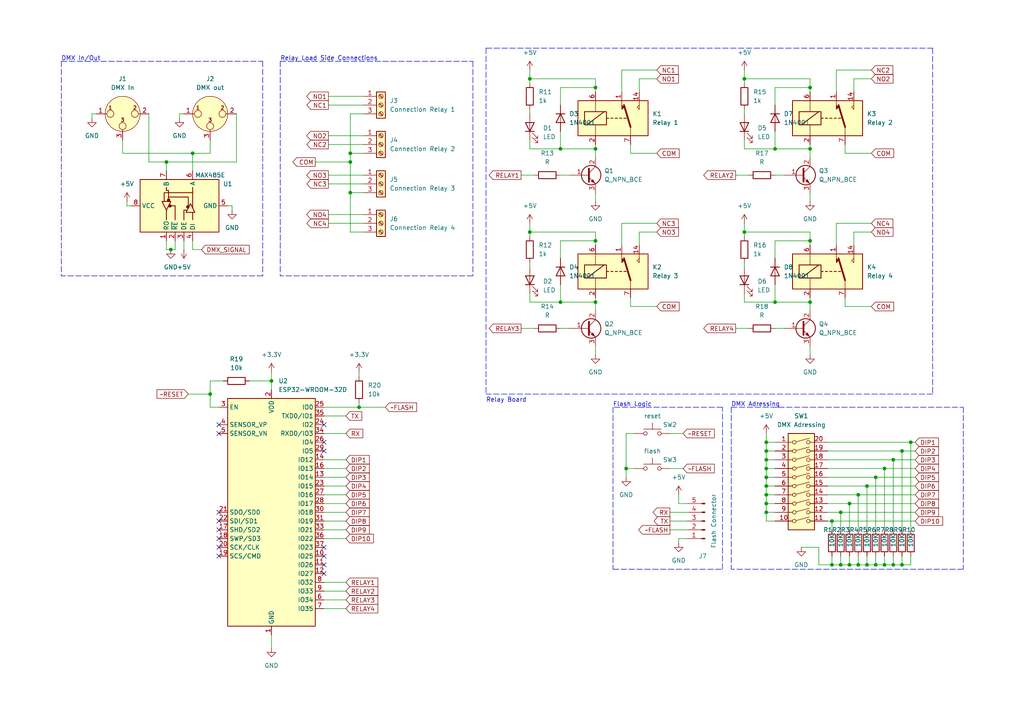
<source format=kicad_sch>
(kicad_sch (version 20211123) (generator eeschema)
  (paper "A4")
  (title_block (title "WiFi DMX  Switchpack") (date "2022-08-26") (rev "v.0.1") (company "Schmailzl Dev") (comment 1 "DMX Switchpack supporting regular DMX but can also be controlled over WiFi"))
  (lib_symbols
    (symbol "Connector:Conn_01x05_Male" (pin_names (offset 1.016) hide)
      (property "Reference" "J" (at 0 7.62 0))
      (property "Value" "Conn_01x05_Male" (at 0 -7.62 0))
      (symbol "Conn_01x05_Male_1_1"
        (pin passive line (at 5.08 5.08 180) (length 3.81) (name "Pin_1") (number "1"))
        (pin passive line (at 5.08 2.54 180) (length 3.81) (name "Pin_2") (number "2"))
        (pin passive line (at 5.08 0 180) (length 3.81) (name "Pin_3") (number "3"))
        (pin passive line (at 5.08 -2.54 180) (length 3.81) (name "Pin_4") (number "4"))
        (pin passive line (at 5.08 -5.08 180) (length 3.81) (name "Pin_5") (number "5"))
      )
    )
    (symbol "Connector:Screw_Terminal_01x03" (pin_names (offset 1.016) hide)
      (property "Reference" "J" (at 0 5.08 0))
      (property "Value" "Screw_Terminal_01x03" (at 0 -5.08 0))
      (symbol "Screw_Terminal_01x03_1_1"
        (pin passive line (at -5.08 2.54 0) (length 3.81) (name "Pin_1") (number "1"))
        (pin passive line (at -5.08 0 0) (length 3.81) (name "Pin_2") (number "2"))
        (pin passive line (at -5.08 -2.54 0) (length 3.81) (name "Pin_3") (number "3"))
      )
    )
    (symbol "Connector:XLR3" (pin_names hide)
      (property "Reference" "J" (at 0 8.89 0))
      (property "Value" "XLR3" (at 0 6.35 0))
      (symbol "XLR3_0_1"
        (text "1" (at -3.556 1.778 0) (effects (font (size 1.016 1.016) bold)))
        (text "2" (at 3.556 1.778 0) (effects (font (size 1.016 1.016) bold)))
        (text "3" (at 0 -1.778 0) (effects (font (size 1.016 1.016) bold)))
        (pin passive line (at -7.62 0 0) (length 2.54) (name "~") (number "1"))
        (pin passive line (at 7.62 0 180) (length 2.54) (name "~") (number "2"))
        (pin passive line (at 0 -7.62 90) (length 2.54) (name "~") (number "3"))
      )
    )
    (symbol "Device:LED" (pin_numbers hide) (pin_names (offset 1.016) hide)
      (property "Reference" "D" (at 0 2.54 0))
      (property "Value" "LED" (at 0 -2.54 0))
      (symbol "LED_1_1"
        (pin passive line (at -3.81 0 0) (length 2.54) (name "K") (number "1"))
        (pin passive line (at 3.81 0 180) (length 2.54) (name "A") (number "2"))
      )
    )
    (symbol "Device:Q_NPN_BCE" (pin_names (offset 0) hide)
      (property "Reference" "Q" (at 5.08 1.27 0))
      (property "Value" "Q_NPN_BCE" (at 5.08 -1.27 0))
      (symbol "Q_NPN_BCE_1_1"
        (pin input line (at -5.08 0 0) (length 5.715) (name "B") (number "1"))
        (pin passive line (at 2.54 5.08 270) (length 2.54) (name "C") (number "2"))
        (pin passive line (at 2.54 -5.08 90) (length 2.54) (name "E") (number "3"))
      )
    )
    (symbol "Device:R" (pin_numbers hide) (pin_names (offset 0))
      (property "Reference" "R" (at 2.032 0 90))
      (property "Value" "R" (at 0 0 90))
      (symbol "R_1_1"
        (pin passive line (at 0 3.81 270) (length 1.27) (name "~") (number "1"))
        (pin passive line (at 0 -3.81 90) (length 1.27) (name "~") (number "2"))
      )
    )
    (symbol "Diode:1N4001" (pin_numbers hide) (pin_names (offset 1.016) hide)
      (property "Reference" "D" (at 0 2.54 0))
      (property "Value" "1N4001" (at 0 -2.54 0))
      (symbol "1N4001_1_1"
        (pin passive line (at -3.81 0 0) (length 2.54) (name "K") (number "1"))
        (pin passive line (at 3.81 0 180) (length 2.54) (name "A") (number "2"))
      )
    )
    (symbol "Interface_UART:MAX485E"
      (property "Reference" "U" (at -6.096 11.43 0))
      (property "Value" "MAX485E" (at 0.762 11.43 0))
      (symbol "MAX485E_1_1"
        (pin output line (at -10.16 2.54 0) (length 2.54) (name "RO") (number "1"))
        (pin input line (at -10.16 0 0) (length 2.54) (name "~{RE}") (number "2"))
        (pin input line (at -10.16 -2.54 0) (length 2.54) (name "DE") (number "3"))
        (pin input line (at -10.16 -5.08 0) (length 2.54) (name "DI") (number "4"))
        (pin power_in line (at 0 -15.24 90) (length 2.54) (name "GND") (number "5"))
        (pin bidirectional line (at 10.16 -5.08 180) (length 2.54) (name "A") (number "6"))
        (pin bidirectional line (at 10.16 2.54 180) (length 2.54) (name "B") (number "7"))
        (pin power_in line (at 0 12.7 270) (length 2.54) (name "VCC") (number "8"))
      )
    )
    (symbol "RF_Module:ESP32-WROOM-32D"
      (property "Reference" "U" (at -12.7 34.29 0))
      (property "Value" "ESP32-WROOM-32D" (at 1.27 34.29 0))
      (symbol "ESP32-WROOM-32D_1_1"
        (pin power_in line (at 0 -35.56 90) (length 2.54) (name "GND") (number "1"))
        (pin bidirectional line (at 15.24 -12.7 180) (length 2.54) (name "IO25") (number "10"))
        (pin bidirectional line (at 15.24 -15.24 180) (length 2.54) (name "IO26") (number "11"))
        (pin bidirectional line (at 15.24 -17.78 180) (length 2.54) (name "IO27") (number "12"))
        (pin bidirectional line (at 15.24 10.16 180) (length 2.54) (name "IO14") (number "13"))
        (pin bidirectional line (at 15.24 15.24 180) (length 2.54) (name "IO12") (number "14"))
        (pin passive line (at 0 -35.56 90) (length 2.54) hide (name "GND") (number "15"))
        (pin bidirectional line (at 15.24 12.7 180) (length 2.54) (name "IO13") (number "16"))
        (pin bidirectional line (at -15.24 -5.08 0) (length 2.54) (name "SHD/SD2") (number "17"))
        (pin bidirectional line (at -15.24 -7.62 0) (length 2.54) (name "SWP/SD3") (number "18"))
        (pin bidirectional line (at -15.24 -12.7 0) (length 2.54) (name "SCS/CMD") (number "19"))
        (pin power_in line (at 0 35.56 270) (length 2.54) (name "VDD") (number "2"))
        (pin bidirectional line (at -15.24 -10.16 0) (length 2.54) (name "SCK/CLK") (number "20"))
        (pin bidirectional line (at -15.24 0 0) (length 2.54) (name "SDO/SD0") (number "21"))
        (pin bidirectional line (at -15.24 -2.54 0) (length 2.54) (name "SDI/SD1") (number "22"))
        (pin bidirectional line (at 15.24 7.62 180) (length 2.54) (name "IO15") (number "23"))
        (pin bidirectional line (at 15.24 25.4 180) (length 2.54) (name "IO2") (number "24"))
        (pin bidirectional line (at 15.24 30.48 180) (length 2.54) (name "IO0") (number "25"))
        (pin bidirectional line (at 15.24 20.32 180) (length 2.54) (name "IO4") (number "26"))
        (pin bidirectional line (at 15.24 5.08 180) (length 2.54) (name "IO16") (number "27"))
        (pin bidirectional line (at 15.24 2.54 180) (length 2.54) (name "IO17") (number "28"))
        (pin bidirectional line (at 15.24 17.78 180) (length 2.54) (name "IO5") (number "29"))
        (pin input line (at -15.24 30.48 0) (length 2.54) (name "EN") (number "3"))
        (pin bidirectional line (at 15.24 0 180) (length 2.54) (name "IO18") (number "30"))
        (pin bidirectional line (at 15.24 -2.54 180) (length 2.54) (name "IO19") (number "31"))
        (pin no_connect line (at -12.7 -27.94 0) (length 2.54) hide (name "NC") (number "32"))
        (pin bidirectional line (at 15.24 -5.08 180) (length 2.54) (name "IO21") (number "33"))
        (pin bidirectional line (at 15.24 22.86 180) (length 2.54) (name "RXD0/IO3") (number "34"))
        (pin bidirectional line (at 15.24 27.94 180) (length 2.54) (name "TXD0/IO1") (number "35"))
        (pin bidirectional line (at 15.24 -7.62 180) (length 2.54) (name "IO22") (number "36"))
        (pin bidirectional line (at 15.24 -10.16 180) (length 2.54) (name "IO23") (number "37"))
        (pin passive line (at 0 -35.56 90) (length 2.54) hide (name "GND") (number "38"))
        (pin passive line (at 0 -35.56 90) (length 2.54) hide (name "GND") (number "39"))
        (pin input line (at -15.24 25.4 0) (length 2.54) (name "SENSOR_VP") (number "4"))
        (pin input line (at -15.24 22.86 0) (length 2.54) (name "SENSOR_VN") (number "5"))
        (pin input line (at 15.24 -25.4 180) (length 2.54) (name "IO34") (number "6"))
        (pin input line (at 15.24 -27.94 180) (length 2.54) (name "IO35") (number "7"))
        (pin bidirectional line (at 15.24 -20.32 180) (length 2.54) (name "IO32") (number "8"))
        (pin bidirectional line (at 15.24 -22.86 180) (length 2.54) (name "IO33") (number "9"))
      )
    )
    (symbol "Relay:DIPxx-1Cxx-51x"
      (property "Reference" "K" (at 11.43 3.81 0))
      (property "Value" "DIPxx-1Cxx-51x" (at 11.43 1.27 0))
      (symbol "DIPxx-1Cxx-51x_1_1"
        (pin passive line (at 2.54 7.62 270) (length 2.54) (name "~") (number "1"))
        (pin passive line (at 7.62 7.62 270) (length 2.54) (name "~") (number "14"))
        (pin passive line (at -5.08 -7.62 90) (length 2.54) (name "~") (number "2"))
        (pin passive line (at -5.08 7.62 270) (length 2.54) (name "~") (number "6"))
        (pin passive line (at 5.08 -7.62 90) (length 2.54) (name "~") (number "7"))
        (pin passive line (at 5.08 -7.62 90) (length 2.54) hide (name "~") (number "8"))
      )
    )
    (symbol "Switch:SW_DIP_x10" (pin_names (offset 0) hide)
      (property "Reference" "SW" (at 0 16.51 0))
      (property "Value" "SW_DIP_x10" (at 0 -13.97 0))
      (symbol "SW_DIP_x10_1_1"
        (pin passive line (at -7.62 12.7 0) (length 5.08) (name "~") (number "1"))
        (pin passive line (at -7.62 -10.16 0) (length 5.08) (name "~") (number "10"))
        (pin passive line (at 7.62 -10.16 180) (length 5.08) (name "~") (number "11"))
        (pin passive line (at 7.62 -7.62 180) (length 5.08) (name "~") (number "12"))
        (pin passive line (at 7.62 -5.08 180) (length 5.08) (name "~") (number "13"))
        (pin passive line (at 7.62 -2.54 180) (length 5.08) (name "~") (number "14"))
        (pin passive line (at 7.62 0 180) (length 5.08) (name "~") (number "15"))
        (pin passive line (at 7.62 2.54 180) (length 5.08) (name "~") (number "16"))
        (pin passive line (at 7.62 5.08 180) (length 5.08) (name "~") (number "17"))
        (pin passive line (at 7.62 7.62 180) (length 5.08) (name "~") (number "18"))
        (pin passive line (at 7.62 10.16 180) (length 5.08) (name "~") (number "19"))
        (pin passive line (at -7.62 10.16 0) (length 5.08) (name "~") (number "2"))
        (pin passive line (at 7.62 12.7 180) (length 5.08) (name "~") (number "20"))
        (pin passive line (at -7.62 7.62 0) (length 5.08) (name "~") (number "3"))
        (pin passive line (at -7.62 5.08 0) (length 5.08) (name "~") (number "4"))
        (pin passive line (at -7.62 2.54 0) (length 5.08) (name "~") (number "5"))
        (pin passive line (at -7.62 0 0) (length 5.08) (name "~") (number "6"))
        (pin passive line (at -7.62 -2.54 0) (length 5.08) (name "~") (number "7"))
        (pin passive line (at -7.62 -5.08 0) (length 5.08) (name "~") (number "8"))
        (pin passive line (at -7.62 -7.62 0) (length 5.08) (name "~") (number "9"))
      )
    )
    (symbol "Switch:SW_MEC_5G" (pin_numbers hide) (pin_names (offset 1.016) hide)
      (property "Reference" "SW" (at 1.27 2.54 0))
      (property "Value" "SW_MEC_5G" (at 0 -1.524 0))
      (symbol "SW_MEC_5G_0_1"
        (pin passive line (at -5.08 0 0) (length 2.54) (name "A") (number "1"))
        (pin passive line (at 5.08 0 180) (length 2.54) (name "B") (number "3"))
      )
      (symbol "SW_MEC_5G_1_1"
        (pin passive line (at -5.08 0 0) (length 2.54) hide (name "A") (number "2"))
        (pin passive line (at 5.08 0 180) (length 2.54) hide (name "B") (number "4"))
      )
    )
    (symbol "power:+3.3V" (power) (pin_names (offset 0))
      (property "Value" "+3.3V" (at 0 3.556 0))
      (symbol "+3.3V_1_1"
        (pin power_in line (at 0 0 90) (length 0) hide (name "+3.3V") (number "1"))
      )
    )
    (symbol "power:+5V" (power) (pin_names (offset 0))
      (property "Value" "+5V" (at 0 3.556 0))
      (symbol "+5V_1_1"
        (pin power_in line (at 0 0 90) (length 0) hide (name "+5V") (number "1"))
      )
    )
    (symbol "power:GND" (power) (pin_names (offset 0))
      (property "Value" "GND" (at 0 -3.81 0))
      (symbol "GND_1_1"
        (pin power_in line (at 0 0 270) (length 0) hide (name "GND") (number "1"))
      )
    )
  )
  (junction (at 222.25 148.59))
  (junction (at 246.38 163.83))
  (junction (at 222.25 133.35))
  (junction (at 215.9 22.86))
  (junction (at 101.6 44.45))
  (junction (at 224.79 87.63))
  (junction (at 101.6 46.99))
  (junction (at 55.88 44.45))
  (junction (at 243.84 163.83))
  (junction (at 172.72 25.4))
  (junction (at 264.16 128.27))
  (junction (at 234.95 43.18))
  (junction (at 172.72 69.85))
  (junction (at 234.95 25.4))
  (junction (at 261.62 163.83))
  (junction (at 259.08 163.83))
  (junction (at 259.08 133.35))
  (junction (at 222.25 128.27))
  (junction (at 234.95 87.63))
  (junction (at 60.96 114.3))
  (junction (at 254 163.83))
  (junction (at 222.25 138.43))
  (junction (at 153.67 22.86))
  (junction (at 241.3 151.13))
  (junction (at 49.53 72.39))
  (junction (at 215.9 67.31))
  (junction (at 243.84 148.59))
  (junction (at 251.46 163.83))
  (junction (at 251.46 140.97))
  (junction (at 254 138.43))
  (junction (at 162.56 87.63))
  (junction (at 246.38 146.05))
  (junction (at 261.62 130.81))
  (junction (at 153.67 67.31))
  (junction (at 222.25 140.97))
  (junction (at 104.14 118.11))
  (junction (at 256.54 163.83))
  (junction (at 172.72 87.63))
  (junction (at 241.3 163.83))
  (junction (at 222.25 135.89))
  (junction (at 248.92 163.83))
  (junction (at 78.74 110.49))
  (junction (at 162.56 43.18))
  (junction (at 248.92 143.51))
  (junction (at 234.95 69.85))
  (junction (at 256.54 135.89))
  (junction (at 181.61 135.89))
  (junction (at 48.26 46.99))
  (junction (at 222.25 143.51))
  (junction (at 222.25 130.81))
  (junction (at 172.72 43.18))
  (junction (at 101.6 55.88))
  (junction (at 224.79 43.18))
  (junction (at 222.25 146.05))
  (no_connect (at 93.98 130.81))
  (no_connect (at 93.98 166.37))
  (no_connect (at 63.5 161.29))
  (no_connect (at 63.5 148.59))
  (no_connect (at 63.5 151.13))
  (no_connect (at 63.5 153.67))
  (no_connect (at 63.5 156.21))
  (no_connect (at 63.5 158.75))
  (no_connect (at 93.98 128.27))
  (no_connect (at 93.98 163.83))
  (no_connect (at 63.5 123.19))
  (no_connect (at 93.98 161.29))
  (no_connect (at 93.98 123.19))
  (no_connect (at 63.5 125.73))
  (no_connect (at 93.98 158.75))
  (wire (pts (xy 162.56 50.8) (xy 165.1 50.8)))
  (wire (pts (xy 153.67 76.2) (xy 153.67 77.47)))
  (polyline (pts (xy 76.2 80.01) (xy 17.78 80.01)))
  (polyline (pts (xy 137.16 80.01) (xy 81.28 80.01)))
  (wire (pts (xy 172.72 22.86) (xy 172.72 25.4)))
  (wire (pts (xy 95.25 30.48) (xy 105.41 30.48)))
  (wire (pts (xy 243.84 161.29) (xy 243.84 163.83)))
  (wire (pts (xy 153.67 64.77) (xy 153.67 67.31)))
  (wire (pts (xy 53.34 33.02) (xy 52.07 33.02)))
  (wire (pts (xy 172.72 25.4) (xy 172.72 26.67)))
  (wire (pts (xy 222.25 133.35) (xy 222.25 130.81)))
  (wire (pts (xy 181.61 125.73) (xy 181.61 135.89)))
  (polyline (pts (xy 209.55 118.11) (xy 177.8 118.11)))
  (wire (pts (xy 251.46 140.97) (xy 265.43 140.97)))
  (wire (pts (xy 151.13 50.8) (xy 154.94 50.8)))
  (wire (pts (xy 224.79 151.13) (xy 222.25 151.13)))
  (wire (pts (xy 93.98 118.11) (xy 104.14 118.11)))
  (wire (pts (xy 234.95 41.91) (xy 234.95 43.18)))
  (wire (pts (xy 224.79 50.8) (xy 227.33 50.8)))
  (wire (pts (xy 264.16 128.27) (xy 265.43 128.27)))
  (wire (pts (xy 222.25 130.81) (xy 222.25 128.27)))
  (wire (pts (xy 234.95 100.33) (xy 234.95 102.87)))
  (wire (pts (xy 222.25 146.05) (xy 224.79 146.05)))
  (wire (pts (xy 194.31 151.13) (xy 199.39 151.13)))
  (wire (pts (xy 222.25 148.59) (xy 224.79 148.59)))
  (wire (pts (xy 241.3 151.13) (xy 265.43 151.13)))
  (wire (pts (xy 240.03 133.35) (xy 259.08 133.35)))
  (polyline (pts (xy 177.8 165.1) (xy 209.55 165.1)))
  (wire (pts (xy 234.95 86.36) (xy 234.95 87.63)))
  (wire (pts (xy 251.46 140.97) (xy 251.46 153.67)))
  (wire (pts (xy 224.79 74.93) (xy 224.79 69.85)))
  (wire (pts (xy 53.34 69.85) (xy 53.34 72.39)))
  (wire (pts (xy 240.03 148.59) (xy 243.84 148.59)))
  (wire (pts (xy 35.56 44.45) (xy 55.88 44.45)))
  (wire (pts (xy 93.98 153.67) (xy 100.33 153.67)))
  (wire (pts (xy 95.25 41.91) (xy 105.41 41.91)))
  (polyline (pts (xy 212.09 118.11) (xy 279.4 118.11)))
  (wire (pts (xy 246.38 163.83) (xy 248.92 163.83)))
  (wire (pts (xy 222.25 133.35) (xy 224.79 133.35)))
  (wire (pts (xy 104.14 116.84) (xy 104.14 118.11)))
  (polyline (pts (xy 17.78 17.78) (xy 76.2 17.78)))
  (wire (pts (xy 215.9 43.18) (xy 224.79 43.18)))
  (wire (pts (xy 43.18 33.02) (xy 43.18 46.99)))
  (wire (pts (xy 196.85 156.21) (xy 199.39 156.21)))
  (wire (pts (xy 58.42 72.39) (xy 55.88 72.39)))
  (wire (pts (xy 215.9 64.77) (xy 215.9 67.31)))
  (wire (pts (xy 234.95 25.4) (xy 234.95 26.67)))
  (wire (pts (xy 48.26 72.39) (xy 49.53 72.39)))
  (wire (pts (xy 254 161.29) (xy 254 163.83)))
  (wire (pts (xy 162.56 43.18) (xy 172.72 43.18)))
  (wire (pts (xy 181.61 135.89) (xy 184.15 135.89)))
  (wire (pts (xy 153.67 85.09) (xy 153.67 87.63)))
  (wire (pts (xy 213.36 95.25) (xy 217.17 95.25)))
  (wire (pts (xy 243.84 148.59) (xy 265.43 148.59)))
  (wire (pts (xy 240.03 130.81) (xy 261.62 130.81)))
  (wire (pts (xy 153.67 22.86) (xy 172.72 22.86)))
  (wire (pts (xy 180.34 20.32) (xy 180.34 26.67)))
  (wire (pts (xy 104.14 118.11) (xy 111.76 118.11)))
  (wire (pts (xy 27.94 33.02) (xy 26.67 33.02)))
  (wire (pts (xy 68.58 46.99) (xy 48.26 46.99)))
  (wire (pts (xy 93.98 168.91) (xy 100.33 168.91)))
  (wire (pts (xy 101.6 44.45) (xy 101.6 33.02)))
  (polyline (pts (xy 279.4 165.1) (xy 212.09 165.1)))
  (wire (pts (xy 162.56 74.93) (xy 162.56 69.85)))
  (wire (pts (xy 181.61 135.89) (xy 181.61 138.43)))
  (wire (pts (xy 252.73 67.31) (xy 247.65 67.31)))
  (wire (pts (xy 240.03 135.89) (xy 256.54 135.89)))
  (wire (pts (xy 153.67 67.31) (xy 153.67 68.58)))
  (wire (pts (xy 222.25 140.97) (xy 224.79 140.97)))
  (wire (pts (xy 224.79 25.4) (xy 234.95 25.4)))
  (wire (pts (xy 237.49 158.75) (xy 237.49 163.83)))
  (wire (pts (xy 101.6 33.02) (xy 105.41 33.02)))
  (wire (pts (xy 182.88 44.45) (xy 182.88 41.91)))
  (wire (pts (xy 237.49 163.83) (xy 241.3 163.83)))
  (wire (pts (xy 259.08 133.35) (xy 259.08 153.67)))
  (wire (pts (xy 196.85 146.05) (xy 196.85 143.51)))
  (wire (pts (xy 252.73 20.32) (xy 242.57 20.32)))
  (wire (pts (xy 224.79 95.25) (xy 227.33 95.25)))
  (wire (pts (xy 162.56 82.55) (xy 162.56 87.63)))
  (wire (pts (xy 93.98 156.21) (xy 100.33 156.21)))
  (wire (pts (xy 78.74 110.49) (xy 78.74 113.03)))
  (wire (pts (xy 162.56 38.1) (xy 162.56 43.18)))
  (wire (pts (xy 50.8 69.85) (xy 50.8 72.39)))
  (polyline (pts (xy 270.51 114.3) (xy 140.97 114.3)))
  (wire (pts (xy 259.08 161.29) (xy 259.08 163.83)))
  (polyline (pts (xy 209.55 165.1) (xy 209.55 118.11)))
  (wire (pts (xy 240.03 138.43) (xy 254 138.43)))
  (wire (pts (xy 234.95 87.63) (xy 234.95 90.17)))
  (wire (pts (xy 78.74 184.15) (xy 78.74 187.96)))
  (wire (pts (xy 93.98 120.65) (xy 100.33 120.65)))
  (wire (pts (xy 224.79 69.85) (xy 234.95 69.85)))
  (polyline (pts (xy 137.16 17.78) (xy 137.16 80.01)))
  (wire (pts (xy 55.88 72.39) (xy 55.88 69.85)))
  (wire (pts (xy 240.03 128.27) (xy 264.16 128.27)))
  (wire (pts (xy 36.83 58.42) (xy 36.83 59.69)))
  (wire (pts (xy 222.25 128.27) (xy 222.25 125.73)))
  (wire (pts (xy 241.3 161.29) (xy 241.3 163.83)))
  (wire (pts (xy 72.39 110.49) (xy 78.74 110.49)))
  (wire (pts (xy 224.79 30.48) (xy 224.79 25.4)))
  (polyline (pts (xy 140.97 13.97) (xy 140.97 114.3)))
  (wire (pts (xy 52.07 33.02) (xy 52.07 34.29)))
  (wire (pts (xy 194.31 135.89) (xy 198.12 135.89)))
  (wire (pts (xy 215.9 20.32) (xy 215.9 22.86)))
  (wire (pts (xy 55.88 44.45) (xy 60.96 44.45)))
  (wire (pts (xy 259.08 163.83) (xy 261.62 163.83)))
  (wire (pts (xy 248.92 163.83) (xy 251.46 163.83)))
  (wire (pts (xy 222.25 146.05) (xy 222.25 143.51)))
  (wire (pts (xy 153.67 20.32) (xy 153.67 22.86)))
  (wire (pts (xy 246.38 161.29) (xy 246.38 163.83)))
  (wire (pts (xy 215.9 67.31) (xy 234.95 67.31)))
  (wire (pts (xy 172.72 100.33) (xy 172.72 102.87)))
  (wire (pts (xy 95.25 53.34) (xy 105.41 53.34)))
  (wire (pts (xy 248.92 143.51) (xy 265.43 143.51)))
  (wire (pts (xy 172.72 86.36) (xy 172.72 87.63)))
  (wire (pts (xy 256.54 135.89) (xy 256.54 153.67)))
  (wire (pts (xy 254 163.83) (xy 256.54 163.83)))
  (wire (pts (xy 222.25 148.59) (xy 222.25 146.05)))
  (wire (pts (xy 242.57 20.32) (xy 242.57 26.67)))
  (wire (pts (xy 63.5 118.11) (xy 60.96 118.11)))
  (wire (pts (xy 185.42 67.31) (xy 185.42 71.12)))
  (wire (pts (xy 153.67 31.75) (xy 153.67 33.02)))
  (wire (pts (xy 224.79 38.1) (xy 224.79 43.18)))
  (wire (pts (xy 93.98 173.99) (xy 100.33 173.99)))
  (wire (pts (xy 252.73 44.45) (xy 245.11 44.45)))
  (wire (pts (xy 60.96 114.3) (xy 60.96 110.49)))
  (wire (pts (xy 215.9 31.75) (xy 215.9 33.02)))
  (wire (pts (xy 261.62 130.81) (xy 265.43 130.81)))
  (wire (pts (xy 224.79 87.63) (xy 234.95 87.63)))
  (wire (pts (xy 256.54 135.89) (xy 265.43 135.89)))
  (wire (pts (xy 153.67 43.18) (xy 162.56 43.18)))
  (wire (pts (xy 215.9 22.86) (xy 234.95 22.86)))
  (wire (pts (xy 78.74 107.95) (xy 78.74 110.49)))
  (wire (pts (xy 246.38 146.05) (xy 246.38 153.67)))
  (wire (pts (xy 93.98 138.43) (xy 100.33 138.43)))
  (wire (pts (xy 240.03 143.51) (xy 248.92 143.51)))
  (wire (pts (xy 105.41 67.31) (xy 101.6 67.31)))
  (wire (pts (xy 252.73 64.77) (xy 242.57 64.77)))
  (wire (pts (xy 247.65 22.86) (xy 247.65 26.67)))
  (wire (pts (xy 240.03 146.05) (xy 246.38 146.05)))
  (wire (pts (xy 222.25 151.13) (xy 222.25 148.59)))
  (wire (pts (xy 252.73 88.9) (xy 245.11 88.9)))
  (wire (pts (xy 190.5 88.9) (xy 182.88 88.9)))
  (wire (pts (xy 60.96 44.45) (xy 60.96 40.64)))
  (wire (pts (xy 172.72 41.91) (xy 172.72 43.18)))
  (wire (pts (xy 95.25 27.94) (xy 105.41 27.94)))
  (wire (pts (xy 180.34 64.77) (xy 180.34 71.12)))
  (wire (pts (xy 93.98 140.97) (xy 100.33 140.97)))
  (wire (pts (xy 264.16 161.29) (xy 264.16 163.83)))
  (wire (pts (xy 246.38 146.05) (xy 265.43 146.05)))
  (wire (pts (xy 151.13 95.25) (xy 154.94 95.25)))
  (wire (pts (xy 222.25 135.89) (xy 222.25 133.35)))
  (wire (pts (xy 222.25 143.51) (xy 224.79 143.51)))
  (wire (pts (xy 93.98 171.45) (xy 100.33 171.45)))
  (wire (pts (xy 242.57 64.77) (xy 242.57 71.12)))
  (wire (pts (xy 224.79 43.18) (xy 234.95 43.18)))
  (wire (pts (xy 48.26 46.99) (xy 48.26 49.53)))
  (wire (pts (xy 91.44 46.99) (xy 101.6 46.99)))
  (polyline (pts (xy 81.28 17.78) (xy 81.28 80.01)))
  (wire (pts (xy 190.5 64.77) (xy 180.34 64.77)))
  (wire (pts (xy 104.14 107.95) (xy 104.14 109.22)))
  (wire (pts (xy 232.41 158.75) (xy 237.49 158.75)))
  (wire (pts (xy 240.03 151.13) (xy 241.3 151.13)))
  (wire (pts (xy 264.16 128.27) (xy 264.16 153.67)))
  (polyline (pts (xy 81.28 17.78) (xy 137.16 17.78)))
  (wire (pts (xy 254 138.43) (xy 254 153.67)))
  (wire (pts (xy 256.54 161.29) (xy 256.54 163.83)))
  (polyline (pts (xy 140.97 13.97) (xy 270.51 13.97)))
  (wire (pts (xy 213.36 50.8) (xy 217.17 50.8)))
  (wire (pts (xy 194.31 153.67) (xy 199.39 153.67)))
  (wire (pts (xy 153.67 87.63) (xy 162.56 87.63)))
  (wire (pts (xy 222.25 140.97) (xy 222.25 138.43)))
  (wire (pts (xy 93.98 143.51) (xy 100.33 143.51)))
  (wire (pts (xy 162.56 25.4) (xy 172.72 25.4)))
  (wire (pts (xy 234.95 67.31) (xy 234.95 69.85)))
  (wire (pts (xy 101.6 46.99) (xy 101.6 44.45)))
  (wire (pts (xy 215.9 40.64) (xy 215.9 43.18)))
  (wire (pts (xy 215.9 22.86) (xy 215.9 24.13)))
  (wire (pts (xy 245.11 44.45) (xy 245.11 41.91)))
  (wire (pts (xy 67.31 59.69) (xy 67.31 60.96)))
  (wire (pts (xy 182.88 88.9) (xy 182.88 86.36)))
  (wire (pts (xy 224.79 128.27) (xy 222.25 128.27)))
  (polyline (pts (xy 177.8 118.11) (xy 177.8 165.1)))
  (wire (pts (xy 93.98 135.89) (xy 100.33 135.89)))
  (wire (pts (xy 243.84 148.59) (xy 243.84 153.67)))
  (wire (pts (xy 172.72 55.88) (xy 172.72 58.42)))
  (wire (pts (xy 248.92 143.51) (xy 248.92 153.67)))
  (wire (pts (xy 215.9 67.31) (xy 215.9 68.58)))
  (wire (pts (xy 252.73 22.86) (xy 247.65 22.86)))
  (wire (pts (xy 215.9 85.09) (xy 215.9 87.63)))
  (wire (pts (xy 234.95 69.85) (xy 234.95 71.12)))
  (wire (pts (xy 60.96 110.49) (xy 64.77 110.49)))
  (wire (pts (xy 68.58 33.02) (xy 68.58 46.99)))
  (wire (pts (xy 241.3 163.83) (xy 243.84 163.83)))
  (wire (pts (xy 247.65 67.31) (xy 247.65 71.12)))
  (wire (pts (xy 215.9 76.2) (xy 215.9 77.47)))
  (wire (pts (xy 224.79 130.81) (xy 222.25 130.81)))
  (wire (pts (xy 222.25 138.43) (xy 224.79 138.43)))
  (wire (pts (xy 251.46 163.83) (xy 254 163.83)))
  (wire (pts (xy 234.95 55.88) (xy 234.95 58.42)))
  (wire (pts (xy 162.56 69.85) (xy 172.72 69.85)))
  (wire (pts (xy 241.3 151.13) (xy 241.3 153.67)))
  (wire (pts (xy 224.79 82.55) (xy 224.79 87.63)))
  (wire (pts (xy 196.85 157.48) (xy 196.85 156.21)))
  (wire (pts (xy 190.5 44.45) (xy 182.88 44.45)))
  (wire (pts (xy 55.88 49.53) (xy 55.88 44.45)))
  (wire (pts (xy 243.84 163.83) (xy 246.38 163.83)))
  (wire (pts (xy 35.56 40.64) (xy 35.56 44.45)))
  (wire (pts (xy 95.25 50.8) (xy 105.41 50.8)))
  (wire (pts (xy 101.6 44.45) (xy 105.41 44.45)))
  (wire (pts (xy 26.67 33.02) (xy 26.67 34.29)))
  (wire (pts (xy 190.5 22.86) (xy 185.42 22.86)))
  (wire (pts (xy 93.98 151.13) (xy 100.33 151.13)))
  (wire (pts (xy 222.25 135.89) (xy 224.79 135.89)))
  (wire (pts (xy 194.31 125.73) (xy 198.12 125.73)))
  (polyline (pts (xy 17.78 17.78) (xy 17.78 80.01)))
  (wire (pts (xy 234.95 22.86) (xy 234.95 25.4)))
  (wire (pts (xy 93.98 146.05) (xy 100.33 146.05)))
  (wire (pts (xy 215.9 87.63) (xy 224.79 87.63)))
  (wire (pts (xy 93.98 176.53) (xy 100.33 176.53)))
  (wire (pts (xy 261.62 130.81) (xy 261.62 153.67)))
  (wire (pts (xy 101.6 67.31) (xy 101.6 55.88)))
  (wire (pts (xy 54.61 114.3) (xy 60.96 114.3)))
  (wire (pts (xy 254 138.43) (xy 265.43 138.43)))
  (wire (pts (xy 185.42 22.86) (xy 185.42 26.67)))
  (wire (pts (xy 222.25 138.43) (xy 222.25 135.89)))
  (wire (pts (xy 194.31 148.59) (xy 199.39 148.59)))
  (wire (pts (xy 172.72 69.85) (xy 172.72 71.12)))
  (polyline (pts (xy 270.51 13.97) (xy 270.51 114.3)))
  (wire (pts (xy 162.56 95.25) (xy 165.1 95.25)))
  (wire (pts (xy 95.25 64.77) (xy 105.41 64.77)))
  (wire (pts (xy 256.54 163.83) (xy 259.08 163.83)))
  (wire (pts (xy 153.67 22.86) (xy 153.67 24.13)))
  (wire (pts (xy 222.25 143.51) (xy 222.25 140.97)))
  (polyline (pts (xy 76.2 17.78) (xy 76.2 80.01)))
  (wire (pts (xy 162.56 30.48) (xy 162.56 25.4)))
  (wire (pts (xy 93.98 148.59) (xy 100.33 148.59)))
  (wire (pts (xy 172.72 67.31) (xy 172.72 69.85)))
  (wire (pts (xy 153.67 67.31) (xy 172.72 67.31)))
  (wire (pts (xy 240.03 140.97) (xy 251.46 140.97)))
  (wire (pts (xy 190.5 67.31) (xy 185.42 67.31)))
  (wire (pts (xy 101.6 55.88) (xy 101.6 46.99)))
  (wire (pts (xy 48.26 69.85) (xy 48.26 72.39)))
  (wire (pts (xy 248.92 161.29) (xy 248.92 163.83)))
  (wire (pts (xy 234.95 43.18) (xy 234.95 45.72)))
  (wire (pts (xy 245.11 88.9) (xy 245.11 86.36)))
  (wire (pts (xy 199.39 146.05) (xy 196.85 146.05)))
  (wire (pts (xy 93.98 125.73) (xy 100.33 125.73)))
  (wire (pts (xy 36.83 59.69) (xy 38.1 59.69)))
  (wire (pts (xy 105.41 55.88) (xy 101.6 55.88)))
  (polyline (pts (xy 279.4 118.11) (xy 279.4 165.1)))
  (wire (pts (xy 251.46 161.29) (xy 251.46 163.83)))
  (wire (pts (xy 172.72 43.18) (xy 172.72 45.72)))
  (wire (pts (xy 261.62 163.83) (xy 264.16 163.83)))
  (wire (pts (xy 259.08 133.35) (xy 265.43 133.35)))
  (wire (pts (xy 93.98 133.35) (xy 100.33 133.35)))
  (wire (pts (xy 95.25 62.23) (xy 105.41 62.23)))
  (wire (pts (xy 60.96 118.11) (xy 60.96 114.3)))
  (wire (pts (xy 190.5 20.32) (xy 180.34 20.32)))
  (wire (pts (xy 172.72 87.63) (xy 172.72 90.17)))
  (wire (pts (xy 184.15 125.73) (xy 181.61 125.73)))
  (wire (pts (xy 261.62 161.29) (xy 261.62 163.83)))
  (wire (pts (xy 95.25 39.37) (xy 105.41 39.37)))
  (wire (pts (xy 50.8 72.39) (xy 49.53 72.39)))
  (wire (pts (xy 66.04 59.69) (xy 67.31 59.69)))
  (wire (pts (xy 153.67 40.64) (xy 153.67 43.18)))
  (polyline (pts (xy 212.09 118.11) (xy 212.09 165.1)))
  (wire (pts (xy 162.56 87.63) (xy 172.72 87.63)))
  (wire (pts (xy 43.18 46.99) (xy 48.26 46.99)))
  (text "Flash Logic" (at 177.8 118.11 0) (effects (font (size 1.27 1.27)) (justify left bottom)))
  (text "Relay Board" (at 140.97 116.84 0) (effects (font (size 1.27 1.27)) (justify left bottom)))
  (text "Relay Load Side Connections" (at 81.28 17.78 0) (effects (font (size 1.27 1.27)) (justify left bottom)))
  (text "DMX In/Out" (at 17.78 17.78 0) (effects (font (size 1.27 1.27)) (justify left bottom)))
  (text "DMX Adressing" (at 212.09 118.11 0) (effects (font (size 1.27 1.27)) (justify left bottom)))
  (global_label "COM" (shape output) (at 91.44 46.99 180) (property "Referenzen zwischen Schaltplänen" "${INTERSHEET_REFS}" (effects hide)))
  (global_label "DIP4" (shape input) (at 100.33 140.97 0) (property "Referenzen zwischen Schaltplänen" "${INTERSHEET_REFS}" (effects hide)))
  (global_label "~RESET" (shape input) (at 198.12 125.73 0) (property "Referenzen zwischen Schaltplänen" "${INTERSHEET_REFS}" (effects hide)))
  (global_label "DIP8" (shape input) (at 265.43 146.05 0) (property "Referenzen zwischen Schaltplänen" "${INTERSHEET_REFS}" (effects hide)))
  (global_label "DIP2" (shape input) (at 265.43 130.81 0) (property "Referenzen zwischen Schaltplänen" "${INTERSHEET_REFS}" (effects hide)))
  (global_label "DIP2" (shape input) (at 100.33 135.89 0) (property "Referenzen zwischen Schaltplänen" "${INTERSHEET_REFS}" (effects hide)))
  (global_label "DIP7" (shape input) (at 100.33 148.59 0) (property "Referenzen zwischen Schaltplänen" "${INTERSHEET_REFS}" (effects hide)))
  (global_label "NO4" (shape input) (at 252.73 67.31 0) (property "Referenzen zwischen Schaltplänen" "${INTERSHEET_REFS}" (effects hide)))
  (global_label "RELAY4" (shape output) (at 213.36 95.25 180) (property "Referenzen zwischen Schaltplänen" "${INTERSHEET_REFS}" (effects hide)))
  (global_label "COM" (shape input) (at 252.73 44.45 0) (property "Referenzen zwischen Schaltplänen" "${INTERSHEET_REFS}" (effects hide)))
  (global_label "DIP10" (shape input) (at 100.33 156.21 0) (property "Referenzen zwischen Schaltplänen" "${INTERSHEET_REFS}" (effects hide)))
  (global_label "NC3" (shape output) (at 95.25 53.34 180) (property "Referenzen zwischen Schaltplänen" "${INTERSHEET_REFS}" (effects hide)))
  (global_label "DIP1" (shape input) (at 265.43 128.27 0) (property "Referenzen zwischen Schaltplänen" "${INTERSHEET_REFS}" (effects hide)))
  (global_label "NO3" (shape output) (at 95.25 50.8 180) (property "Referenzen zwischen Schaltplänen" "${INTERSHEET_REFS}" (effects hide)))
  (global_label "RELAY2" (shape input) (at 100.33 171.45 0) (property "Referenzen zwischen Schaltplänen" "${INTERSHEET_REFS}" (effects hide)))
  (global_label "TX" (shape input) (at 100.33 120.65 0) (property "Referenzen zwischen Schaltplänen" "${INTERSHEET_REFS}" (effects hide)))
  (global_label "RX" (shape output) (at 194.31 148.59 180) (property "Referenzen zwischen Schaltplänen" "${INTERSHEET_REFS}" (effects hide)))
  (global_label "DIP3" (shape input) (at 265.43 133.35 0) (property "Referenzen zwischen Schaltplänen" "${INTERSHEET_REFS}" (effects hide)))
  (global_label "NO1" (shape output) (at 95.25 27.94 180) (property "Referenzen zwischen Schaltplänen" "${INTERSHEET_REFS}" (effects hide)))
  (global_label "DIP1" (shape input) (at 100.33 133.35 0) (property "Referenzen zwischen Schaltplänen" "${INTERSHEET_REFS}" (effects hide)))
  (global_label "DIP4" (shape input) (at 265.43 135.89 0) (property "Referenzen zwischen Schaltplänen" "${INTERSHEET_REFS}" (effects hide)))
  (global_label "COM" (shape input) (at 190.5 44.45 0) (property "Referenzen zwischen Schaltplänen" "${INTERSHEET_REFS}" (effects hide)))
  (global_label "RELAY3" (shape input) (at 100.33 173.99 0) (property "Referenzen zwischen Schaltplänen" "${INTERSHEET_REFS}" (effects hide)))
  (global_label "~FLASH" (shape input) (at 198.12 135.89 0) (property "Referenzen zwischen Schaltplänen" "${INTERSHEET_REFS}" (effects hide)))
  (global_label "RELAY1" (shape input) (at 100.33 168.91 0) (property "Referenzen zwischen Schaltplänen" "${INTERSHEET_REFS}" (effects hide)))
  (global_label "RELAY4" (shape input) (at 100.33 176.53 0) (property "Referenzen zwischen Schaltplänen" "${INTERSHEET_REFS}" (effects hide)))
  (global_label "DIP7" (shape input) (at 265.43 143.51 0) (property "Referenzen zwischen Schaltplänen" "${INTERSHEET_REFS}" (effects hide)))
  (global_label "NO2" (shape output) (at 95.25 39.37 180) (property "Referenzen zwischen Schaltplänen" "${INTERSHEET_REFS}" (effects hide)))
  (global_label "DIP8" (shape input) (at 100.33 151.13 0) (property "Referenzen zwischen Schaltplänen" "${INTERSHEET_REFS}" (effects hide)))
  (global_label "DMX_SIGNAL" (shape input) (at 58.42 72.39 0) (property "Referenzen zwischen Schaltplänen" "${INTERSHEET_REFS}" (effects hide)))
  (global_label "COM" (shape input) (at 190.5 88.9 0) (property "Referenzen zwischen Schaltplänen" "${INTERSHEET_REFS}" (effects hide)))
  (global_label "NO2" (shape input) (at 252.73 22.86 0) (property "Referenzen zwischen Schaltplänen" "${INTERSHEET_REFS}" (effects hide)))
  (global_label "RELAY3" (shape output) (at 151.13 95.25 180) (property "Referenzen zwischen Schaltplänen" "${INTERSHEET_REFS}" (effects hide)))
  (global_label "NC3" (shape input) (at 190.5 64.77 0) (property "Referenzen zwischen Schaltplänen" "${INTERSHEET_REFS}" (effects hide)))
  (global_label "COM" (shape input) (at 252.73 88.9 0) (property "Referenzen zwischen Schaltplänen" "${INTERSHEET_REFS}" (effects hide)))
  (global_label "NC2" (shape output) (at 95.25 41.91 180) (property "Referenzen zwischen Schaltplänen" "${INTERSHEET_REFS}" (effects hide)))
  (global_label "NO4" (shape output) (at 95.25 62.23 180) (property "Referenzen zwischen Schaltplänen" "${INTERSHEET_REFS}" (effects hide)))
  (global_label "NC4" (shape output) (at 95.25 64.77 180) (property "Referenzen zwischen Schaltplänen" "${INTERSHEET_REFS}" (effects hide)))
  (global_label "~FLASH" (shape input) (at 111.76 118.11 0) (property "Referenzen zwischen Schaltplänen" "${INTERSHEET_REFS}" (effects hide)))
  (global_label "RX" (shape input) (at 100.33 125.73 0) (property "Referenzen zwischen Schaltplänen" "${INTERSHEET_REFS}" (effects hide)))
  (global_label "~RESET" (shape input) (at 54.61 114.3 180) (property "Referenzen zwischen Schaltplänen" "${INTERSHEET_REFS}" (effects hide)))
  (global_label "TX" (shape output) (at 194.31 151.13 180) (property "Referenzen zwischen Schaltplänen" "${INTERSHEET_REFS}" (effects hide)))
  (global_label "DIP10" (shape input) (at 265.43 151.13 0) (property "Referenzen zwischen Schaltplänen" "${INTERSHEET_REFS}" (effects hide)))
  (global_label "DIP5" (shape input) (at 100.33 143.51 0) (property "Referenzen zwischen Schaltplänen" "${INTERSHEET_REFS}" (effects hide)))
  (global_label "RELAY2" (shape output) (at 213.36 50.8 180) (property "Referenzen zwischen Schaltplänen" "${INTERSHEET_REFS}" (effects hide)))
  (global_label "RELAY1" (shape output) (at 151.13 50.8 180) (property "Referenzen zwischen Schaltplänen" "${INTERSHEET_REFS}" (effects hide)))
  (global_label "DIP9" (shape input) (at 265.43 148.59 0) (property "Referenzen zwischen Schaltplänen" "${INTERSHEET_REFS}" (effects hide)))
  (global_label "DIP9" (shape input) (at 100.33 153.67 0) (property "Referenzen zwischen Schaltplänen" "${INTERSHEET_REFS}" (effects hide)))
  (global_label "NC1" (shape input) (at 190.5 20.32 0) (property "Referenzen zwischen Schaltplänen" "${INTERSHEET_REFS}" (effects hide)))
  (global_label "DIP5" (shape input) (at 265.43 138.43 0) (property "Referenzen zwischen Schaltplänen" "${INTERSHEET_REFS}" (effects hide)))
  (global_label "~FLASH" (shape output) (at 194.31 153.67 180) (property "Referenzen zwischen Schaltplänen" "${INTERSHEET_REFS}" (effects hide)))
  (global_label "DIP3" (shape input) (at 100.33 138.43 0) (property "Referenzen zwischen Schaltplänen" "${INTERSHEET_REFS}" (effects hide)))
  (global_label "NO1" (shape input) (at 190.5 22.86 0) (property "Referenzen zwischen Schaltplänen" "${INTERSHEET_REFS}" (effects hide)))
  (global_label "NC1" (shape output) (at 95.25 30.48 180) (property "Referenzen zwischen Schaltplänen" "${INTERSHEET_REFS}" (effects hide)))
  (global_label "NC4" (shape input) (at 252.73 64.77 0) (property "Referenzen zwischen Schaltplänen" "${INTERSHEET_REFS}" (effects hide)))
  (global_label "DIP6" (shape input) (at 100.33 146.05 0) (property "Referenzen zwischen Schaltplänen" "${INTERSHEET_REFS}" (effects hide)))
  (global_label "DIP6" (shape input) (at 265.43 140.97 0) (property "Referenzen zwischen Schaltplänen" "${INTERSHEET_REFS}" (effects hide)))
  (global_label "NC2" (shape input) (at 252.73 20.32 0) (property "Referenzen zwischen Schaltplänen" "${INTERSHEET_REFS}" (effects hide)))
  (global_label "NO3" (shape input) (at 190.5 67.31 0) (property "Referenzen zwischen Schaltplänen" "${INTERSHEET_REFS}" (effects hide)))
  (symbol (lib_id "Relay:DIPxx-1Cxx-51x") (at 177.8 78.74 0) (unit 1)
    (property "Reference" "K2" (at 189.23 77.4699 0) (effects (justify left)))
    (property "Value" "Relay 3" (at 189.23 80.0099 0) (effects (justify left)))
    (property "Footprint" "Relay_THT:Relay_StandexMeder_DIP_LowProfile" (effects hide))
    (property "Datasheet" "https://standexelectronics.com/wp-content/uploads/datasheet_reed_relay_DIP.pdf" (effects hide))
  )
  (symbol (lib_id "Device:Q_NPN_BCE") (at 232.41 50.8 0) (unit 1)
    (property "Reference" "Q3" (at 237.49 49.5299 0) (effects (justify left)))
    (property "Value" "Q_NPN_BCE" (at 237.49 52.0699 0) (effects (justify left)))
    (property "Footprint" "OptoDevice:LaserDiode_TO3.3-D3.3-3" (effects hide))
  )
  (symbol (lib_id "Device:R") (at 243.84 157.48 0) (unit 1)
    (property "Reference" "R2" (at 241.3 153.67 0) (effects (justify left)))
    (property "Value" "10K" (at 243.84 158.75 90) (effects (justify left)))
    (property "Footprint" "Resistor_SMD:R_0805_2012Metric_Pad1.20x1.40mm_HandSolder" (effects hide))
  )
  (symbol (lib_id "Connector:XLR3") (at 35.56 33.02 0) (unit 1)
    (property "Reference" "J1" (at 35.56 22.86 0))
    (property "Value" "DMX In" (at 35.56 25.4 0))
    (property "Footprint" "Connector_Audio:Jack_XLR_Neutrik_NC3FAAH-0_Horizontal" (effects hide))
    (property "Datasheet" " ~" (effects hide))
  )
  (symbol (lib_id "Connector:Screw_Terminal_01x03") (at 110.49 53.34 0) (unit 1)
    (property "Reference" "J5" (at 113.03 52.0699 0) (effects (justify left)))
    (property "Value" "Connection Relay 3" (at 113.03 54.6099 0) (effects (justify left)))
    (property "Footprint" "TerminalBlock:TerminalBlock_bornier-3_P5.08mm" (effects hide))
  )
  (symbol (lib_id "power:+5V") (at 53.34 72.39 180) (unit 1)
    (property "Reference" "#PWR05" (effects hide))
    (property "Value" "+5V" (at 53.34 77.47 0))
  )
  (symbol (lib_id "Device:R") (at 153.67 72.39 0) (unit 1)
    (property "Reference" "R12" (at 156.21 71.1199 0) (effects (justify left)))
    (property "Value" "1k" (at 156.21 73.6599 0) (effects (justify left)))
    (property "Footprint" "Resistor_SMD:R_0805_2012Metric_Pad1.20x1.40mm_HandSolder" (effects hide))
  )
  (symbol (lib_id "Device:R") (at 241.3 157.48 0) (unit 1)
    (property "Reference" "R1" (at 238.76 153.67 0) (effects (justify left)))
    (property "Value" "10K" (at 241.3 158.75 90) (effects (justify left)))
    (property "Footprint" "Resistor_SMD:R_0805_2012Metric_Pad1.20x1.40mm_HandSolder" (effects hide))
  )
  (symbol (lib_id "power:GND") (at 234.95 102.87 0) (unit 1)
    (property "Reference" "#PWR015" (effects hide))
    (property "Value" "GND" (at 234.95 107.95 0))
  )
  (symbol (lib_id "Diode:1N4001") (at 162.56 34.29 270) (unit 1)
    (property "Reference" "D3" (at 165.1 33.0199 90) (effects (justify left)))
    (property "Value" "1N4001" (at 165.1 35.5599 90) (effects (justify left)))
    (property "Footprint" "Diode_THT:D_DO-41_SOD81_P10.16mm_Horizontal" (effects hide))
    (property "Datasheet" "http://www.vishay.com/docs/88503/1n4001.pdf" (effects hide))
  )
  (symbol (lib_id "power:GND") (at 232.41 158.75 0) (unit 1)
    (property "Reference" "#PWR022" (effects hide))
    (property "Value" "GND" (at 232.41 163.83 0))
  )
  (symbol (lib_id "power:GND") (at 52.07 34.29 0) (unit 1)
    (property "Reference" "#PWR04" (effects hide))
    (property "Value" "GND" (at 52.07 39.37 0))
  )
  (symbol (lib_id "Device:LED") (at 215.9 81.28 90) (unit 1)
    (property "Reference" "D6" (at 219.71 81.5974 90) (effects (justify right)))
    (property "Value" "LED" (at 219.71 84.1374 90) (effects (justify right)))
    (property "Footprint" "LED_SMD:LED_0805_2012Metric_Pad1.15x1.40mm_HandSolder" (effects hide))
  )
  (symbol (lib_id "Connector:Screw_Terminal_01x03") (at 110.49 41.91 0) (unit 1)
    (property "Reference" "J4" (at 113.03 40.6399 0) (effects (justify left)))
    (property "Value" "Connection Relay 2" (at 113.03 43.1799 0) (effects (justify left)))
    (property "Footprint" "TerminalBlock:TerminalBlock_bornier-3_P5.08mm" (effects hide))
  )
  (symbol (lib_id "power:GND") (at 196.85 157.48 0) (unit 1)
    (property "Reference" "#PWR021" (effects hide))
    (property "Value" "GND" (at 196.85 162.56 0))
  )
  (symbol (lib_id "Device:R") (at 215.9 27.94 0) (unit 1)
    (property "Reference" "R15" (at 218.44 26.6699 0) (effects (justify left)))
    (property "Value" "1k" (at 218.44 29.2099 0) (effects (justify left)))
    (property "Footprint" "Resistor_SMD:R_0805_2012Metric_Pad1.20x1.40mm_HandSolder" (effects hide))
  )
  (symbol (lib_id "power:+5V") (at 215.9 20.32 0) (unit 1)
    (property "Reference" "#PWR012" (effects hide))
    (property "Value" "+5V" (at 215.9 15.24 0))
  )
  (symbol (lib_id "power:GND") (at 26.67 34.29 0) (unit 1)
    (property "Reference" "#PWR01" (effects hide))
    (property "Value" "GND" (at 26.67 39.37 0))
  )
  (symbol (lib_id "Device:R") (at 254 157.48 0) (unit 1)
    (property "Reference" "R6" (at 251.46 153.67 0) (effects (justify left)))
    (property "Value" "10K" (at 254 158.75 90) (effects (justify left)))
    (property "Footprint" "Resistor_SMD:R_0805_2012Metric_Pad1.20x1.40mm_HandSolder" (effects hide))
  )
  (symbol (lib_id "power:GND") (at 67.31 60.96 0) (unit 1)
    (property "Reference" "#PWR06" (effects hide))
    (property "Value" "GND" (at 67.31 66.04 0))
  )
  (symbol (lib_id "Device:R") (at 248.92 157.48 0) (unit 1)
    (property "Reference" "R4" (at 246.38 153.67 0) (effects (justify left)))
    (property "Value" "10K" (at 248.92 158.75 90) (effects (justify left)))
    (property "Footprint" "Resistor_SMD:R_0805_2012Metric_Pad1.20x1.40mm_HandSolder" (effects hide))
  )
  (symbol (lib_id "Device:R") (at 256.54 157.48 0) (unit 1)
    (property "Reference" "R7" (at 254 153.67 0) (effects (justify left)))
    (property "Value" "10K" (at 256.54 158.75 90) (effects (justify left)))
    (property "Footprint" "Resistor_SMD:R_0805_2012Metric_Pad1.20x1.40mm_HandSolder" (effects hide))
  )
  (symbol (lib_id "Switch:SW_MEC_5G") (at 189.23 135.89 0) (unit 1)
    (property "Reference" "SW3" (at 194.31 133.35 0))
    (property "Value" "flash" (at 189.23 130.81 0))
    (property "Footprint" "Button_Switch_THT:SW_PUSH_6mm_H5mm" (effects hide))
    (property "Datasheet" "http://www.apem.com/int/index.php?controller=attachment&id_attachment=488" (effects hide))
  )
  (symbol (lib_id "Device:R") (at 220.98 95.25 90) (unit 1)
    (property "Reference" "R18" (at 220.98 88.9 90))
    (property "Value" "R" (at 220.98 91.44 90))
    (property "Footprint" "Resistor_SMD:R_0805_2012Metric_Pad1.20x1.40mm_HandSolder" (effects hide))
  )
  (symbol (lib_id "power:GND") (at 78.74 187.96 0) (unit 1)
    (property "Reference" "#PWR017" (effects hide))
    (property "Value" "GND" (at 78.74 193.04 0))
  )
  (symbol (lib_id "power:GND") (at 49.53 72.39 0) (unit 1)
    (property "Reference" "#PWR03" (effects hide))
    (property "Value" "GND" (at 49.53 77.47 0))
  )
  (symbol (lib_id "Device:LED") (at 215.9 36.83 90) (unit 1)
    (property "Reference" "D5" (at 219.71 37.1474 90) (effects (justify right)))
    (property "Value" "LED" (at 219.71 39.6874 90) (effects (justify right)))
    (property "Footprint" "LED_SMD:LED_0805_2012Metric_Pad1.15x1.40mm_HandSolder" (effects hide))
  )
  (symbol (lib_id "Device:R") (at 261.62 157.48 0) (unit 1)
    (property "Reference" "R9" (at 259.08 153.67 0) (effects (justify left)))
    (property "Value" "10K" (at 261.62 158.75 90) (effects (justify left)))
    (property "Footprint" "Resistor_SMD:R_0805_2012Metric_Pad1.20x1.40mm_HandSolder" (effects hide))
  )
  (symbol (lib_id "Device:R") (at 220.98 50.8 90) (unit 1)
    (property "Reference" "R17" (at 220.98 44.45 90))
    (property "Value" "R" (at 220.98 46.99 90))
    (property "Footprint" "Resistor_SMD:R_0805_2012Metric_Pad1.20x1.40mm_HandSolder" (effects hide))
  )
  (symbol (lib_id "Device:Q_NPN_BCE") (at 170.18 95.25 0) (unit 1)
    (property "Reference" "Q2" (at 175.26 93.9799 0) (effects (justify left)))
    (property "Value" "Q_NPN_BCE" (at 175.26 96.5199 0) (effects (justify left)))
    (property "Footprint" "OptoDevice:LaserDiode_TO3.3-D3.3-3" (effects hide))
  )
  (symbol (lib_id "Relay:DIPxx-1Cxx-51x") (at 240.03 78.74 0) (unit 1)
    (property "Reference" "K4" (at 251.46 77.4699 0) (effects (justify left)))
    (property "Value" "Relay 4" (at 251.46 80.0099 0) (effects (justify left)))
    (property "Footprint" "Relay_THT:Relay_StandexMeder_DIP_LowProfile" (effects hide))
    (property "Datasheet" "https://standexelectronics.com/wp-content/uploads/datasheet_reed_relay_DIP.pdf" (effects hide))
  )
  (symbol (lib_id "Device:LED") (at 153.67 36.83 90) (unit 1)
    (property "Reference" "D1" (at 157.48 37.1474 90) (effects (justify right)))
    (property "Value" "LED" (at 157.48 39.6874 90) (effects (justify right)))
    (property "Footprint" "LED_SMD:LED_0805_2012Metric_Pad1.15x1.40mm_HandSolder" (effects hide))
  )
  (symbol (lib_id "Device:Q_NPN_BCE") (at 170.18 50.8 0) (unit 1)
    (property "Reference" "Q1" (at 175.26 49.5299 0) (effects (justify left)))
    (property "Value" "Q_NPN_BCE" (at 175.26 52.0699 0) (effects (justify left)))
    (property "Footprint" "OptoDevice:LaserDiode_TO3.3-D3.3-3" (effects hide))
  )
  (symbol (lib_id "power:+3.3V") (at 104.14 107.95 0) (unit 1)
    (property "Reference" "#PWR018" (effects hide))
    (property "Value" "+3.3V" (at 104.14 102.87 0))
  )
  (symbol (lib_id "Device:R") (at 104.14 113.03 0) (unit 1)
    (property "Reference" "R20" (at 106.68 111.7599 0) (effects (justify left)))
    (property "Value" "10k" (at 106.68 114.2999 0) (effects (justify left)))
    (property "Footprint" "Resistor_SMD:R_0805_2012Metric_Pad1.20x1.40mm_HandSolder" (effects hide))
  )
  (symbol (lib_id "Device:R") (at 259.08 157.48 0) (unit 1)
    (property "Reference" "R8" (at 256.54 153.67 0) (effects (justify left)))
    (property "Value" "10K" (at 259.08 158.75 90) (effects (justify left)))
    (property "Footprint" "Resistor_SMD:R_0805_2012Metric_Pad1.20x1.40mm_HandSolder" (effects hide))
  )
  (symbol (lib_id "power:+5V") (at 215.9 64.77 0) (unit 1)
    (property "Reference" "#PWR013" (effects hide))
    (property "Value" "+5V" (at 215.9 59.69 0))
  )
  (symbol (lib_id "power:+5V") (at 153.67 20.32 0) (unit 1)
    (property "Reference" "#PWR08" (effects hide))
    (property "Value" "+5V" (at 153.67 15.24 0))
  )
  (symbol (lib_id "power:+5V") (at 153.67 64.77 0) (unit 1)
    (property "Reference" "#PWR09" (effects hide))
    (property "Value" "+5V" (at 153.67 59.69 0))
  )
  (symbol (lib_id "Interface_UART:MAX485E") (at 50.8 59.69 90) (unit 1)
    (property "Reference" "U1" (at 66.04 53.34 90))
    (property "Value" "MAX485E" (at 60.96 50.8 90))
    (property "Footprint" "OptoDevice:Broadcom_LGA-8_2x2mm_P0.53mm" (effects hide))
    (property "Datasheet" "https://datasheets.maximintegrated.com/en/ds/MAX1487E-MAX491E.pdf" (effects hide))
  )
  (symbol (lib_id "power:+3.3V") (at 78.74 107.95 0) (unit 1)
    (property "Reference" "#PWR016" (effects hide))
    (property "Value" "+3.3V" (at 78.74 102.87 0))
  )
  (symbol (lib_id "power:GND") (at 234.95 58.42 0) (unit 1)
    (property "Reference" "#PWR014" (effects hide))
    (property "Value" "GND" (at 234.95 63.5 0))
  )
  (symbol (lib_id "Device:LED") (at 153.67 81.28 90) (unit 1)
    (property "Reference" "D2" (at 157.48 81.5974 90) (effects (justify right)))
    (property "Value" "LED" (at 157.48 84.1374 90) (effects (justify right)))
    (property "Footprint" "LED_SMD:LED_0805_2012Metric_Pad1.15x1.40mm_HandSolder" (effects hide))
  )
  (symbol (lib_id "Diode:1N4001") (at 162.56 78.74 270) (unit 1)
    (property "Reference" "D4" (at 165.1 77.4699 90) (effects (justify left)))
    (property "Value" "1N4001" (at 165.1 80.0099 90) (effects (justify left)))
    (property "Footprint" "Diode_THT:D_DO-41_SOD81_P10.16mm_Horizontal" (effects hide))
    (property "Datasheet" "http://www.vishay.com/docs/88503/1n4001.pdf" (effects hide))
  )
  (symbol (lib_id "Device:Q_NPN_BCE") (at 232.41 95.25 0) (unit 1)
    (property "Reference" "Q4" (at 237.49 93.9799 0) (effects (justify left)))
    (property "Value" "Q_NPN_BCE" (at 237.49 96.5199 0) (effects (justify left)))
    (property "Footprint" "OptoDevice:LaserDiode_TO3.3-D3.3-3" (effects hide))
  )
  (symbol (lib_id "Connector:XLR3") (at 60.96 33.02 0) (unit 1)
    (property "Reference" "J2" (at 60.96 22.86 0))
    (property "Value" "DMX out" (at 60.96 25.4 0))
    (property "Footprint" "Connector_Audio:Jack_XLR_Neutrik_NC3FAAH-0_Horizontal" (effects hide))
    (property "Datasheet" " ~" (effects hide))
  )
  (symbol (lib_id "Switch:SW_MEC_5G") (at 189.23 125.73 0) (unit 1)
    (property "Reference" "SW2" (at 194.31 123.19 0))
    (property "Value" "reset" (at 189.23 120.65 0))
    (property "Footprint" "Button_Switch_THT:SW_PUSH_6mm_H5mm" (effects hide))
    (property "Datasheet" "http://www.apem.com/int/index.php?controller=attachment&id_attachment=488" (effects hide))
  )
  (symbol (lib_id "power:+5V") (at 222.25 125.73 0) (unit 1)
    (property "Reference" "#PWR07" (effects hide))
    (property "Value" "+5V" (at 222.25 120.65 0))
  )
  (symbol (lib_id "power:GND") (at 172.72 102.87 0) (unit 1)
    (property "Reference" "#PWR011" (effects hide))
    (property "Value" "GND" (at 172.72 107.95 0))
  )
  (symbol (lib_id "Relay:DIPxx-1Cxx-51x") (at 177.8 34.29 0) (unit 1)
    (property "Reference" "K1" (at 189.23 33.0199 0) (effects (justify left)))
    (property "Value" "Relay 1" (at 189.23 35.5599 0) (effects (justify left)))
    (property "Footprint" "Relay_THT:Relay_StandexMeder_DIP_LowProfile" (effects hide))
    (property "Datasheet" "https://standexelectronics.com/wp-content/uploads/datasheet_reed_relay_DIP.pdf" (effects hide))
  )
  (symbol (lib_id "Device:R") (at 264.16 157.48 0) (unit 1)
    (property "Reference" "R10" (at 261.62 153.67 0) (effects (justify left)))
    (property "Value" "10K" (at 264.16 158.75 90) (effects (justify left)))
    (property "Footprint" "Resistor_SMD:R_0805_2012Metric_Pad1.20x1.40mm_HandSolder" (effects hide))
  )
  (symbol (lib_id "power:GND") (at 181.61 138.43 0) (unit 1)
    (property "Reference" "#PWR019" (effects hide))
    (property "Value" "GND" (at 181.61 143.51 0))
  )
  (symbol (lib_id "Switch:SW_DIP_x10") (at 232.41 140.97 0) (unit 1)
    (property "Reference" "SW1" (at 232.41 120.65 0))
    (property "Value" "DMX Adressing" (at 232.41 123.19 0))
    (property "Footprint" "Button_Switch_THT:SW_DIP_SPSTx10_Slide_9.78x27.58mm_W7.62mm_P2.54mm" (effects hide))
  )
  (symbol (lib_id "Connector:Conn_01x05_Male") (at 204.47 151.13 180) (unit 1)
    (property "Reference" "J7" (at 203.835 161.29 0))
    (property "Value" "Flash Connector" (at 207.01 151.13 90))
    (property "Footprint" "Connector_PinHeader_2.54mm:PinHeader_1x05_P2.54mm_Vertical" (effects hide))
  )
  (symbol (lib_id "power:+5V") (at 36.83 58.42 0) (unit 1)
    (property "Reference" "#PWR02" (effects hide))
    (property "Value" "+5V" (at 36.83 53.34 0))
  )
  (symbol (lib_id "Connector:Screw_Terminal_01x03") (at 110.49 30.48 0) (unit 1)
    (property "Reference" "J3" (at 113.03 29.2099 0) (effects (justify left)))
    (property "Value" "Connection Relay 1" (at 113.03 31.7499 0) (effects (justify left)))
    (property "Footprint" "TerminalBlock:TerminalBlock_bornier-3_P5.08mm" (effects hide))
  )
  (symbol (lib_id "Device:R") (at 68.58 110.49 90) (unit 1)
    (property "Reference" "R19" (at 68.58 104.14 90))
    (property "Value" "10k" (at 68.58 106.68 90))
    (property "Footprint" "Resistor_SMD:R_0805_2012Metric_Pad1.20x1.40mm_HandSolder" (effects hide))
  )
  (symbol (lib_id "Diode:1N4001") (at 224.79 34.29 270) (unit 1)
    (property "Reference" "D7" (at 227.33 33.0199 90) (effects (justify left)))
    (property "Value" "1N4001" (at 227.33 35.5599 90) (effects (justify left)))
    (property "Footprint" "Diode_THT:D_DO-41_SOD81_P10.16mm_Horizontal" (effects hide))
    (property "Datasheet" "http://www.vishay.com/docs/88503/1n4001.pdf" (effects hide))
  )
  (symbol (lib_id "Device:R") (at 246.38 157.48 0) (unit 1)
    (property "Reference" "R3" (at 243.84 153.67 0) (effects (justify left)))
    (property "Value" "10K" (at 246.38 158.75 90) (effects (justify left)))
    (property "Footprint" "Resistor_SMD:R_0805_2012Metric_Pad1.20x1.40mm_HandSolder" (effects hide))
  )
  (symbol (lib_id "Device:R") (at 153.67 27.94 0) (unit 1)
    (property "Reference" "R11" (at 156.21 26.6699 0) (effects (justify left)))
    (property "Value" "1k" (at 156.21 29.2099 0) (effects (justify left)))
    (property "Footprint" "Resistor_SMD:R_0805_2012Metric_Pad1.20x1.40mm_HandSolder" (effects hide))
  )
  (symbol (lib_id "Connector:Screw_Terminal_01x03") (at 110.49 64.77 0) (unit 1)
    (property "Reference" "J6" (at 113.03 63.4999 0) (effects (justify left)))
    (property "Value" "Connection Relay 4" (at 113.03 66.0399 0) (effects (justify left)))
    (property "Footprint" "TerminalBlock:TerminalBlock_bornier-3_P5.08mm" (effects hide))
  )
  (symbol (lib_id "Device:R") (at 158.75 95.25 90) (unit 1)
    (property "Reference" "R14" (at 158.75 88.9 90))
    (property "Value" "R" (at 158.75 91.44 90))
    (property "Footprint" "Resistor_SMD:R_0805_2012Metric_Pad1.20x1.40mm_HandSolder" (effects hide))
  )
  (symbol (lib_id "power:GND") (at 172.72 58.42 0) (unit 1)
    (property "Reference" "#PWR010" (effects hide))
    (property "Value" "GND" (at 172.72 63.5 0))
  )
  (symbol (lib_id "power:+5V") (at 196.85 143.51 0) (unit 1)
    (property "Reference" "#PWR020" (effects hide))
    (property "Value" "+5V" (at 196.85 138.43 0))
  )
  (symbol (lib_id "Device:R") (at 215.9 72.39 0) (unit 1)
    (property "Reference" "R16" (at 218.44 71.1199 0) (effects (justify left)))
    (property "Value" "1k" (at 218.44 73.6599 0) (effects (justify left)))
    (property "Footprint" "Resistor_SMD:R_0805_2012Metric_Pad1.20x1.40mm_HandSolder" (effects hide))
  )
  (symbol (lib_id "Device:R") (at 251.46 157.48 0) (unit 1)
    (property "Reference" "R5" (at 248.92 153.67 0) (effects (justify left)))
    (property "Value" "10K" (at 251.46 158.75 90) (effects (justify left)))
    (property "Footprint" "Resistor_SMD:R_0805_2012Metric_Pad1.20x1.40mm_HandSolder" (effects hide))
  )
  (symbol (lib_id "Diode:1N4001") (at 224.79 78.74 270) (unit 1)
    (property "Reference" "D8" (at 227.33 77.4699 90) (effects (justify left)))
    (property "Value" "1N4001" (at 227.33 80.0099 90) (effects (justify left)))
    (property "Footprint" "Diode_THT:D_DO-41_SOD81_P10.16mm_Horizontal" (effects hide))
    (property "Datasheet" "http://www.vishay.com/docs/88503/1n4001.pdf" (effects hide))
  )
  (symbol (lib_id "Device:R") (at 158.75 50.8 90) (unit 1)
    (property "Reference" "R13" (at 158.75 44.45 90))
    (property "Value" "R" (at 158.75 46.99 90))
    (property "Footprint" "Resistor_SMD:R_0805_2012Metric_Pad1.20x1.40mm_HandSolder" (effects hide))
  )
  (symbol (lib_id "Relay:DIPxx-1Cxx-51x") (at 240.03 34.29 0) (unit 1)
    (property "Reference" "K3" (at 251.46 33.0199 0) (effects (justify left)))
    (property "Value" "Relay 2" (at 251.46 35.5599 0) (effects (justify left)))
    (property "Footprint" "Relay_THT:Relay_StandexMeder_DIP_LowProfile" (effects hide))
    (property "Datasheet" "https://standexelectronics.com/wp-content/uploads/datasheet_reed_relay_DIP.pdf" (effects hide))
  )
  (symbol (lib_id "RF_Module:ESP32-WROOM-32D") (at 78.74 148.59 0) (unit 1)
    (property "Reference" "U2" (at 80.7594 110.49 0) (effects (justify left)))
    (property "Value" "ESP32-WROOM-32D" (at 80.7594 113.03 0) (effects (justify left)))
    (property "Footprint" "RF_Module:ESP32-WROOM-32" (effects hide))
    (property "Datasheet" "https://www.espressif.com/sites/default/files/documentation/esp32-wroom-32d_esp32-wroom-32u_datasheet_en.pdf" (effects hide))
  )
)
</source>
